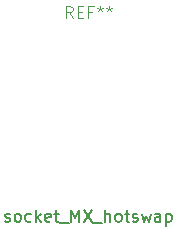
<source format=gbr>
%TF.GenerationSoftware,KiCad,Pcbnew,7.0.2*%
%TF.CreationDate,2023-05-08T22:38:25+02:00*%
%TF.ProjectId,verasity_PCB,76657261-7369-4747-995f-5043422e6b69,rev?*%
%TF.SameCoordinates,Original*%
%TF.FileFunction,Legend,Top*%
%TF.FilePolarity,Positive*%
%FSLAX46Y46*%
G04 Gerber Fmt 4.6, Leading zero omitted, Abs format (unit mm)*
G04 Created by KiCad (PCBNEW 7.0.2) date 2023-05-08 22:38:25*
%MOMM*%
%LPD*%
G01*
G04 APERTURE LIST*
%ADD10C,0.100000*%
%ADD11C,0.150000*%
G04 APERTURE END LIST*
D10*
%TO.C,REF\u002A\u002A*%
X40160416Y-85692619D02*
X39827083Y-85216428D01*
X39588988Y-85692619D02*
X39588988Y-84692619D01*
X39588988Y-84692619D02*
X39969940Y-84692619D01*
X39969940Y-84692619D02*
X40065178Y-84740238D01*
X40065178Y-84740238D02*
X40112797Y-84787857D01*
X40112797Y-84787857D02*
X40160416Y-84883095D01*
X40160416Y-84883095D02*
X40160416Y-85025952D01*
X40160416Y-85025952D02*
X40112797Y-85121190D01*
X40112797Y-85121190D02*
X40065178Y-85168809D01*
X40065178Y-85168809D02*
X39969940Y-85216428D01*
X39969940Y-85216428D02*
X39588988Y-85216428D01*
X40588988Y-85168809D02*
X40922321Y-85168809D01*
X41065178Y-85692619D02*
X40588988Y-85692619D01*
X40588988Y-85692619D02*
X40588988Y-84692619D01*
X40588988Y-84692619D02*
X41065178Y-84692619D01*
X41827083Y-85168809D02*
X41493750Y-85168809D01*
X41493750Y-85692619D02*
X41493750Y-84692619D01*
X41493750Y-84692619D02*
X41969940Y-84692619D01*
X42493750Y-84692619D02*
X42493750Y-84930714D01*
X42255655Y-84835476D02*
X42493750Y-84930714D01*
X42493750Y-84930714D02*
X42731845Y-84835476D01*
X42350893Y-85121190D02*
X42493750Y-84930714D01*
X42493750Y-84930714D02*
X42636607Y-85121190D01*
X43255655Y-84692619D02*
X43255655Y-84930714D01*
X43017560Y-84835476D02*
X43255655Y-84930714D01*
X43255655Y-84930714D02*
X43493750Y-84835476D01*
X43112798Y-85121190D02*
X43255655Y-84930714D01*
X43255655Y-84930714D02*
X43398512Y-85121190D01*
D11*
X34446130Y-102895000D02*
X34541368Y-102942619D01*
X34541368Y-102942619D02*
X34731844Y-102942619D01*
X34731844Y-102942619D02*
X34827082Y-102895000D01*
X34827082Y-102895000D02*
X34874701Y-102799761D01*
X34874701Y-102799761D02*
X34874701Y-102752142D01*
X34874701Y-102752142D02*
X34827082Y-102656904D01*
X34827082Y-102656904D02*
X34731844Y-102609285D01*
X34731844Y-102609285D02*
X34588987Y-102609285D01*
X34588987Y-102609285D02*
X34493749Y-102561666D01*
X34493749Y-102561666D02*
X34446130Y-102466428D01*
X34446130Y-102466428D02*
X34446130Y-102418809D01*
X34446130Y-102418809D02*
X34493749Y-102323571D01*
X34493749Y-102323571D02*
X34588987Y-102275952D01*
X34588987Y-102275952D02*
X34731844Y-102275952D01*
X34731844Y-102275952D02*
X34827082Y-102323571D01*
X35446130Y-102942619D02*
X35350892Y-102895000D01*
X35350892Y-102895000D02*
X35303273Y-102847380D01*
X35303273Y-102847380D02*
X35255654Y-102752142D01*
X35255654Y-102752142D02*
X35255654Y-102466428D01*
X35255654Y-102466428D02*
X35303273Y-102371190D01*
X35303273Y-102371190D02*
X35350892Y-102323571D01*
X35350892Y-102323571D02*
X35446130Y-102275952D01*
X35446130Y-102275952D02*
X35588987Y-102275952D01*
X35588987Y-102275952D02*
X35684225Y-102323571D01*
X35684225Y-102323571D02*
X35731844Y-102371190D01*
X35731844Y-102371190D02*
X35779463Y-102466428D01*
X35779463Y-102466428D02*
X35779463Y-102752142D01*
X35779463Y-102752142D02*
X35731844Y-102847380D01*
X35731844Y-102847380D02*
X35684225Y-102895000D01*
X35684225Y-102895000D02*
X35588987Y-102942619D01*
X35588987Y-102942619D02*
X35446130Y-102942619D01*
X36636606Y-102895000D02*
X36541368Y-102942619D01*
X36541368Y-102942619D02*
X36350892Y-102942619D01*
X36350892Y-102942619D02*
X36255654Y-102895000D01*
X36255654Y-102895000D02*
X36208035Y-102847380D01*
X36208035Y-102847380D02*
X36160416Y-102752142D01*
X36160416Y-102752142D02*
X36160416Y-102466428D01*
X36160416Y-102466428D02*
X36208035Y-102371190D01*
X36208035Y-102371190D02*
X36255654Y-102323571D01*
X36255654Y-102323571D02*
X36350892Y-102275952D01*
X36350892Y-102275952D02*
X36541368Y-102275952D01*
X36541368Y-102275952D02*
X36636606Y-102323571D01*
X37065178Y-102942619D02*
X37065178Y-101942619D01*
X37160416Y-102561666D02*
X37446130Y-102942619D01*
X37446130Y-102275952D02*
X37065178Y-102656904D01*
X38255654Y-102895000D02*
X38160416Y-102942619D01*
X38160416Y-102942619D02*
X37969940Y-102942619D01*
X37969940Y-102942619D02*
X37874702Y-102895000D01*
X37874702Y-102895000D02*
X37827083Y-102799761D01*
X37827083Y-102799761D02*
X37827083Y-102418809D01*
X37827083Y-102418809D02*
X37874702Y-102323571D01*
X37874702Y-102323571D02*
X37969940Y-102275952D01*
X37969940Y-102275952D02*
X38160416Y-102275952D01*
X38160416Y-102275952D02*
X38255654Y-102323571D01*
X38255654Y-102323571D02*
X38303273Y-102418809D01*
X38303273Y-102418809D02*
X38303273Y-102514047D01*
X38303273Y-102514047D02*
X37827083Y-102609285D01*
X38588988Y-102275952D02*
X38969940Y-102275952D01*
X38731845Y-101942619D02*
X38731845Y-102799761D01*
X38731845Y-102799761D02*
X38779464Y-102895000D01*
X38779464Y-102895000D02*
X38874702Y-102942619D01*
X38874702Y-102942619D02*
X38969940Y-102942619D01*
X39065179Y-103037857D02*
X39827083Y-103037857D01*
X40065179Y-102942619D02*
X40065179Y-101942619D01*
X40065179Y-101942619D02*
X40398512Y-102656904D01*
X40398512Y-102656904D02*
X40731845Y-101942619D01*
X40731845Y-101942619D02*
X40731845Y-102942619D01*
X41112798Y-101942619D02*
X41779464Y-102942619D01*
X41779464Y-101942619D02*
X41112798Y-102942619D01*
X41922322Y-103037857D02*
X42684226Y-103037857D01*
X42922322Y-102942619D02*
X42922322Y-101942619D01*
X43350893Y-102942619D02*
X43350893Y-102418809D01*
X43350893Y-102418809D02*
X43303274Y-102323571D01*
X43303274Y-102323571D02*
X43208036Y-102275952D01*
X43208036Y-102275952D02*
X43065179Y-102275952D01*
X43065179Y-102275952D02*
X42969941Y-102323571D01*
X42969941Y-102323571D02*
X42922322Y-102371190D01*
X43969941Y-102942619D02*
X43874703Y-102895000D01*
X43874703Y-102895000D02*
X43827084Y-102847380D01*
X43827084Y-102847380D02*
X43779465Y-102752142D01*
X43779465Y-102752142D02*
X43779465Y-102466428D01*
X43779465Y-102466428D02*
X43827084Y-102371190D01*
X43827084Y-102371190D02*
X43874703Y-102323571D01*
X43874703Y-102323571D02*
X43969941Y-102275952D01*
X43969941Y-102275952D02*
X44112798Y-102275952D01*
X44112798Y-102275952D02*
X44208036Y-102323571D01*
X44208036Y-102323571D02*
X44255655Y-102371190D01*
X44255655Y-102371190D02*
X44303274Y-102466428D01*
X44303274Y-102466428D02*
X44303274Y-102752142D01*
X44303274Y-102752142D02*
X44255655Y-102847380D01*
X44255655Y-102847380D02*
X44208036Y-102895000D01*
X44208036Y-102895000D02*
X44112798Y-102942619D01*
X44112798Y-102942619D02*
X43969941Y-102942619D01*
X44588989Y-102275952D02*
X44969941Y-102275952D01*
X44731846Y-101942619D02*
X44731846Y-102799761D01*
X44731846Y-102799761D02*
X44779465Y-102895000D01*
X44779465Y-102895000D02*
X44874703Y-102942619D01*
X44874703Y-102942619D02*
X44969941Y-102942619D01*
X45255656Y-102895000D02*
X45350894Y-102942619D01*
X45350894Y-102942619D02*
X45541370Y-102942619D01*
X45541370Y-102942619D02*
X45636608Y-102895000D01*
X45636608Y-102895000D02*
X45684227Y-102799761D01*
X45684227Y-102799761D02*
X45684227Y-102752142D01*
X45684227Y-102752142D02*
X45636608Y-102656904D01*
X45636608Y-102656904D02*
X45541370Y-102609285D01*
X45541370Y-102609285D02*
X45398513Y-102609285D01*
X45398513Y-102609285D02*
X45303275Y-102561666D01*
X45303275Y-102561666D02*
X45255656Y-102466428D01*
X45255656Y-102466428D02*
X45255656Y-102418809D01*
X45255656Y-102418809D02*
X45303275Y-102323571D01*
X45303275Y-102323571D02*
X45398513Y-102275952D01*
X45398513Y-102275952D02*
X45541370Y-102275952D01*
X45541370Y-102275952D02*
X45636608Y-102323571D01*
X46017561Y-102275952D02*
X46208037Y-102942619D01*
X46208037Y-102942619D02*
X46398513Y-102466428D01*
X46398513Y-102466428D02*
X46588989Y-102942619D01*
X46588989Y-102942619D02*
X46779465Y-102275952D01*
X47588989Y-102942619D02*
X47588989Y-102418809D01*
X47588989Y-102418809D02*
X47541370Y-102323571D01*
X47541370Y-102323571D02*
X47446132Y-102275952D01*
X47446132Y-102275952D02*
X47255656Y-102275952D01*
X47255656Y-102275952D02*
X47160418Y-102323571D01*
X47588989Y-102895000D02*
X47493751Y-102942619D01*
X47493751Y-102942619D02*
X47255656Y-102942619D01*
X47255656Y-102942619D02*
X47160418Y-102895000D01*
X47160418Y-102895000D02*
X47112799Y-102799761D01*
X47112799Y-102799761D02*
X47112799Y-102704523D01*
X47112799Y-102704523D02*
X47160418Y-102609285D01*
X47160418Y-102609285D02*
X47255656Y-102561666D01*
X47255656Y-102561666D02*
X47493751Y-102561666D01*
X47493751Y-102561666D02*
X47588989Y-102514047D01*
X48065180Y-102275952D02*
X48065180Y-103275952D01*
X48065180Y-102323571D02*
X48160418Y-102275952D01*
X48160418Y-102275952D02*
X48350894Y-102275952D01*
X48350894Y-102275952D02*
X48446132Y-102323571D01*
X48446132Y-102323571D02*
X48493751Y-102371190D01*
X48493751Y-102371190D02*
X48541370Y-102466428D01*
X48541370Y-102466428D02*
X48541370Y-102752142D01*
X48541370Y-102752142D02*
X48493751Y-102847380D01*
X48493751Y-102847380D02*
X48446132Y-102895000D01*
X48446132Y-102895000D02*
X48350894Y-102942619D01*
X48350894Y-102942619D02*
X48160418Y-102942619D01*
X48160418Y-102942619D02*
X48065180Y-102895000D01*
%TD*%
M02*

</source>
